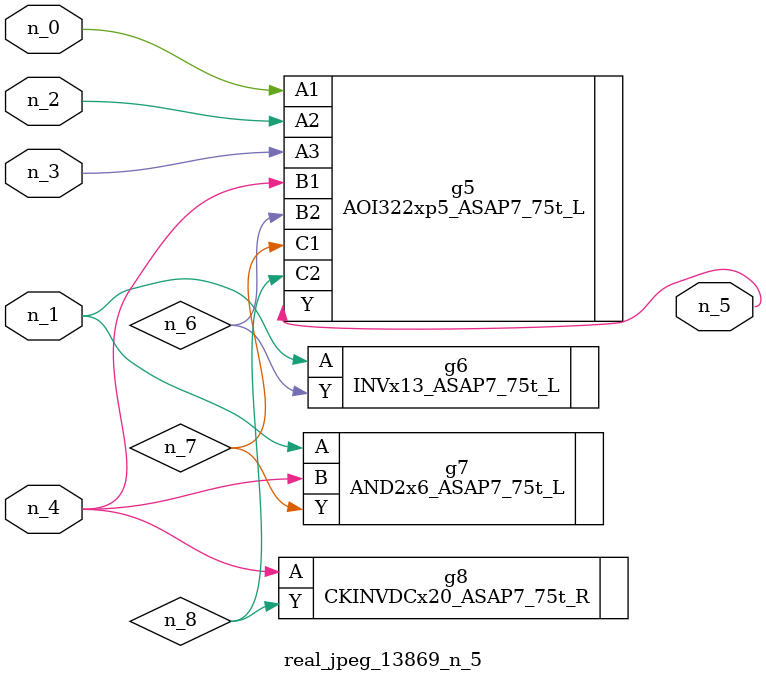
<source format=v>
module real_jpeg_13869_n_5 (n_4, n_0, n_1, n_2, n_3, n_5);

input n_4;
input n_0;
input n_1;
input n_2;
input n_3;

output n_5;

wire n_8;
wire n_6;
wire n_7;

AOI322xp5_ASAP7_75t_L g5 ( 
.A1(n_0),
.A2(n_2),
.A3(n_3),
.B1(n_4),
.B2(n_6),
.C1(n_7),
.C2(n_8),
.Y(n_5)
);

INVx13_ASAP7_75t_L g6 ( 
.A(n_1),
.Y(n_6)
);

AND2x6_ASAP7_75t_L g7 ( 
.A(n_1),
.B(n_4),
.Y(n_7)
);

CKINVDCx20_ASAP7_75t_R g8 ( 
.A(n_4),
.Y(n_8)
);


endmodule
</source>
